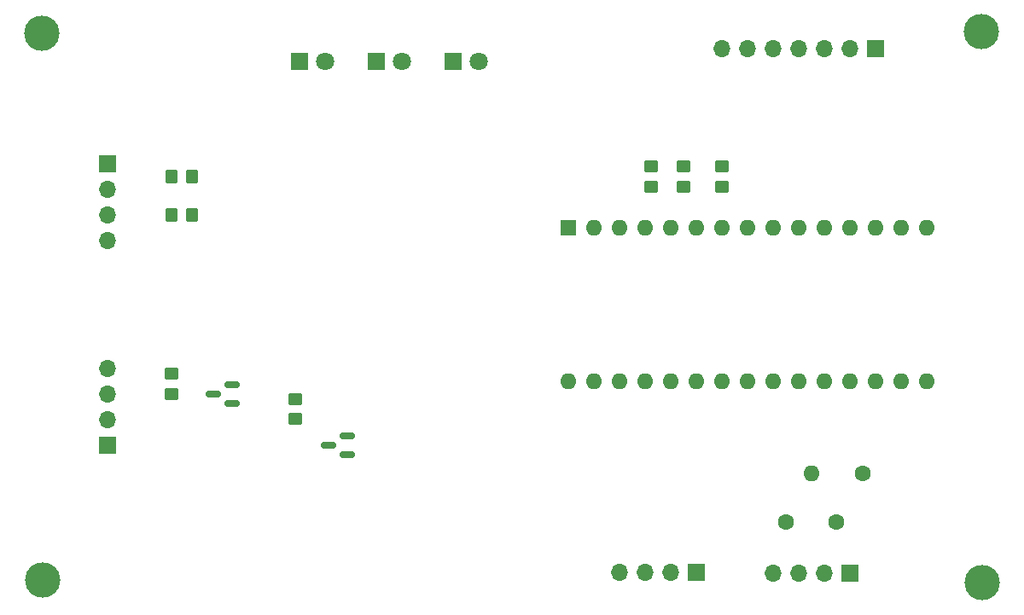
<source format=gts>
%TF.GenerationSoftware,KiCad,Pcbnew,6.0.5-a6ca702e91~116~ubuntu20.04.1*%
%TF.CreationDate,2022-05-18T10:56:59+02:00*%
%TF.ProjectId,StationMeteo,53746174-696f-46e4-9d65-74656f2e6b69,rev?*%
%TF.SameCoordinates,PX21e9a40PY196f3b0*%
%TF.FileFunction,Soldermask,Top*%
%TF.FilePolarity,Negative*%
%FSLAX46Y46*%
G04 Gerber Fmt 4.6, Leading zero omitted, Abs format (unit mm)*
G04 Created by KiCad (PCBNEW 6.0.5-a6ca702e91~116~ubuntu20.04.1) date 2022-05-18 10:56:59*
%MOMM*%
%LPD*%
G01*
G04 APERTURE LIST*
G04 Aperture macros list*
%AMRoundRect*
0 Rectangle with rounded corners*
0 $1 Rounding radius*
0 $2 $3 $4 $5 $6 $7 $8 $9 X,Y pos of 4 corners*
0 Add a 4 corners polygon primitive as box body*
4,1,4,$2,$3,$4,$5,$6,$7,$8,$9,$2,$3,0*
0 Add four circle primitives for the rounded corners*
1,1,$1+$1,$2,$3*
1,1,$1+$1,$4,$5*
1,1,$1+$1,$6,$7*
1,1,$1+$1,$8,$9*
0 Add four rect primitives between the rounded corners*
20,1,$1+$1,$2,$3,$4,$5,0*
20,1,$1+$1,$4,$5,$6,$7,0*
20,1,$1+$1,$6,$7,$8,$9,0*
20,1,$1+$1,$8,$9,$2,$3,0*%
G04 Aperture macros list end*
%ADD10RoundRect,0.250000X0.350000X0.450000X-0.350000X0.450000X-0.350000X-0.450000X0.350000X-0.450000X0*%
%ADD11RoundRect,0.250000X-0.450000X0.350000X-0.450000X-0.350000X0.450000X-0.350000X0.450000X0.350000X0*%
%ADD12RoundRect,0.150000X0.587500X0.150000X-0.587500X0.150000X-0.587500X-0.150000X0.587500X-0.150000X0*%
%ADD13C,3.500000*%
%ADD14R,1.700000X1.700000*%
%ADD15O,1.700000X1.700000*%
%ADD16R,1.800000X1.800000*%
%ADD17C,1.800000*%
%ADD18C,1.600000*%
%ADD19O,1.600000X1.600000*%
%ADD20R,1.600000X1.600000*%
G04 APERTURE END LIST*
D10*
%TO.C,R2*%
X17256000Y-20320000D03*
X15256000Y-20320000D03*
%TD*%
D11*
%TO.C,R8*%
X62865000Y-15510000D03*
X62865000Y-17510000D03*
%TD*%
D12*
%TO.C,Q1*%
X21257500Y-39050000D03*
X21257500Y-37150000D03*
X19382500Y-38100000D03*
%TD*%
D11*
%TO.C,R6*%
X69850000Y-15510000D03*
X69850000Y-17510000D03*
%TD*%
D13*
%TO.C,REF\u002A\u002A*%
X95681800Y-56845200D03*
%TD*%
D11*
%TO.C,R5*%
X27544344Y-38597254D03*
X27544344Y-40597254D03*
%TD*%
D13*
%TO.C,REF\u002A\u002A*%
X2413000Y-2286000D03*
%TD*%
D11*
%TO.C,R4*%
X15240000Y-36084000D03*
X15240000Y-38084000D03*
%TD*%
D13*
%TO.C,REF\u002A\u002A*%
X95632288Y-2159000D03*
%TD*%
D12*
%TO.C,Q2*%
X32687500Y-44130000D03*
X32687500Y-42230000D03*
X30812500Y-43180000D03*
%TD*%
D13*
%TO.C,REF\u002A\u002A*%
X2514600Y-56616600D03*
%TD*%
D11*
%TO.C,R7*%
X66040000Y-15510000D03*
X66040000Y-17510000D03*
%TD*%
D10*
%TO.C,R3*%
X17256000Y-16510000D03*
X15256000Y-16510000D03*
%TD*%
D14*
%TO.C,J5*%
X85070000Y-3810000D03*
D15*
X82530000Y-3810000D03*
X79990000Y-3810000D03*
X77450000Y-3810000D03*
X74910000Y-3810000D03*
X72370000Y-3810000D03*
X69830000Y-3810000D03*
%TD*%
D16*
%TO.C,D2*%
X35560000Y-5080000D03*
D17*
X38100000Y-5080000D03*
%TD*%
D18*
%TO.C,R1*%
X83849000Y-45974000D03*
D19*
X78769000Y-45974000D03*
%TD*%
D20*
%TO.C,A1*%
X54610000Y-21600000D03*
D19*
X57150000Y-21600000D03*
X59690000Y-21600000D03*
X62230000Y-21600000D03*
X64770000Y-21600000D03*
X67310000Y-21600000D03*
X69850000Y-21600000D03*
X72390000Y-21600000D03*
X74930000Y-21600000D03*
X77470000Y-21600000D03*
X80010000Y-21600000D03*
X82550000Y-21600000D03*
X85090000Y-21600000D03*
X87630000Y-21600000D03*
X90170000Y-21600000D03*
X90170000Y-36840000D03*
X87630000Y-36840000D03*
X85090000Y-36840000D03*
X82550000Y-36840000D03*
X80010000Y-36840000D03*
X77470000Y-36840000D03*
X74930000Y-36840000D03*
X72390000Y-36840000D03*
X69850000Y-36840000D03*
X67310000Y-36840000D03*
X64770000Y-36840000D03*
X62230000Y-36840000D03*
X59690000Y-36840000D03*
X57150000Y-36840000D03*
X54610000Y-36840000D03*
%TD*%
D16*
%TO.C,D3*%
X27940000Y-5080000D03*
D17*
X30480000Y-5080000D03*
%TD*%
D14*
%TO.C,J3*%
X8890000Y-15240000D03*
D15*
X8890000Y-17780000D03*
X8890000Y-20320000D03*
X8890000Y-22860000D03*
%TD*%
D14*
%TO.C,J1*%
X82550000Y-55880000D03*
D15*
X80010000Y-55880000D03*
X77470000Y-55880000D03*
X74930000Y-55880000D03*
%TD*%
D18*
%TO.C,C1*%
X81240000Y-50800000D03*
X76240000Y-50800000D03*
%TD*%
D14*
%TO.C,J2*%
X8915000Y-43170000D03*
D15*
X8915000Y-40630000D03*
X8915000Y-38090000D03*
X8915000Y-35550000D03*
%TD*%
D14*
%TO.C,J4*%
X67300000Y-55830000D03*
D15*
X64760000Y-55830000D03*
X62220000Y-55830000D03*
X59680000Y-55830000D03*
%TD*%
D16*
%TO.C,D1*%
X43180000Y-5080000D03*
D17*
X45720000Y-5080000D03*
%TD*%
M02*

</source>
